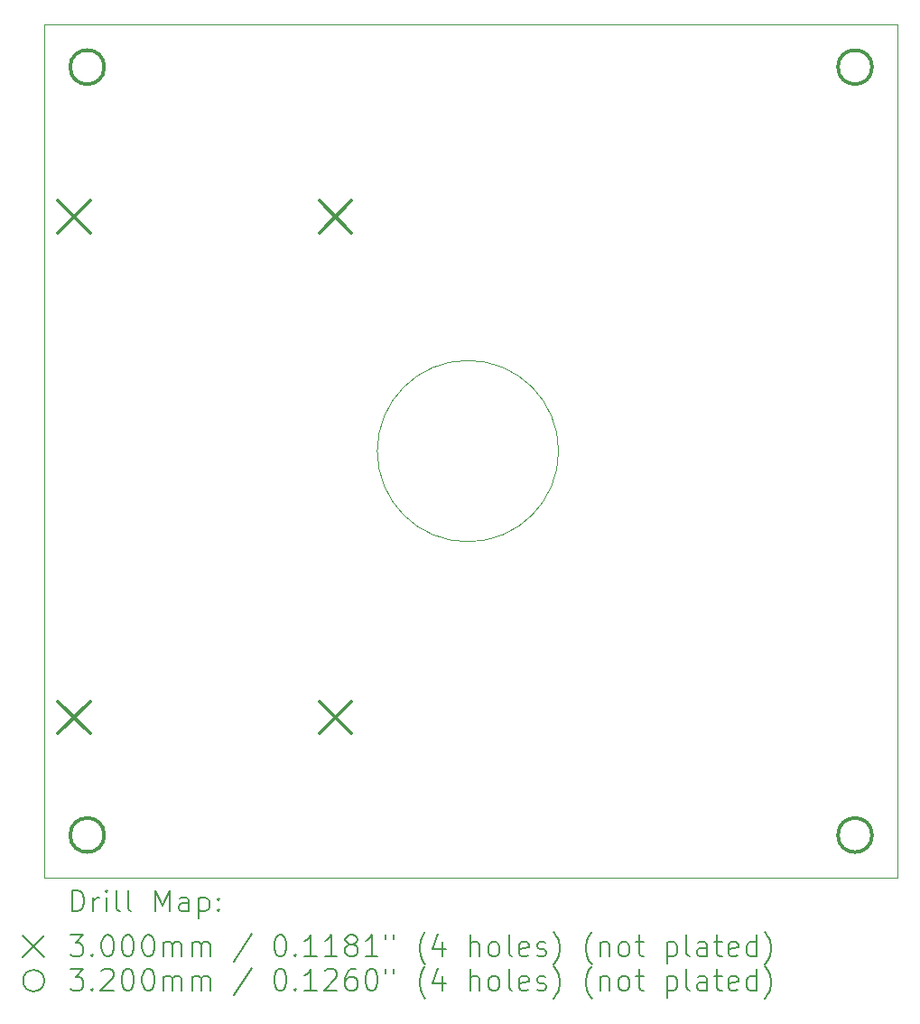
<source format=gbr>
%TF.GenerationSoftware,KiCad,Pcbnew,8.0.4*%
%TF.CreationDate,2025-01-30T11:26:39-05:00*%
%TF.ProjectId,Cubesat_pcb,43756265-7361-4745-9f70-63622e6b6963,rev?*%
%TF.SameCoordinates,Original*%
%TF.FileFunction,Drillmap*%
%TF.FilePolarity,Positive*%
%FSLAX45Y45*%
G04 Gerber Fmt 4.5, Leading zero omitted, Abs format (unit mm)*
G04 Created by KiCad (PCBNEW 8.0.4) date 2025-01-30 11:26:39*
%MOMM*%
%LPD*%
G01*
G04 APERTURE LIST*
%ADD10C,0.050000*%
%ADD11C,0.200000*%
%ADD12C,0.300000*%
%ADD13C,0.320000*%
G04 APERTURE END LIST*
D10*
X49913Y8048165D02*
X8049913Y8048165D01*
X8049913Y48165D01*
X49913Y48165D01*
X49913Y8048165D01*
X4869913Y4051165D02*
G75*
G02*
X3169913Y4051165I-850000J0D01*
G01*
X3169913Y4051165D02*
G75*
G02*
X4869913Y4051165I850000J0D01*
G01*
D11*
D12*
X176913Y6398165D02*
X476913Y6098165D01*
X476913Y6398165D02*
X176913Y6098165D01*
X176913Y1703165D02*
X476913Y1403165D01*
X476913Y1703165D02*
X176913Y1403165D01*
X2627913Y6398165D02*
X2927913Y6098165D01*
X2927913Y6398165D02*
X2627913Y6098165D01*
X2627913Y1703165D02*
X2927913Y1403165D01*
X2927913Y1703165D02*
X2627913Y1403165D01*
D13*
X609913Y7651165D02*
G75*
G02*
X289913Y7651165I-160000J0D01*
G01*
X289913Y7651165D02*
G75*
G02*
X609913Y7651165I160000J0D01*
G01*
X609913Y451165D02*
G75*
G02*
X289913Y451165I-160000J0D01*
G01*
X289913Y451165D02*
G75*
G02*
X609913Y451165I160000J0D01*
G01*
X7809913Y7651165D02*
G75*
G02*
X7489913Y7651165I-160000J0D01*
G01*
X7489913Y7651165D02*
G75*
G02*
X7809913Y7651165I160000J0D01*
G01*
X7809913Y451165D02*
G75*
G02*
X7489913Y451165I-160000J0D01*
G01*
X7489913Y451165D02*
G75*
G02*
X7809913Y451165I160000J0D01*
G01*
D11*
X308190Y-265818D02*
X308190Y-65818D01*
X308190Y-65818D02*
X355809Y-65818D01*
X355809Y-65818D02*
X384380Y-75342D01*
X384380Y-75342D02*
X403428Y-94390D01*
X403428Y-94390D02*
X412952Y-113437D01*
X412952Y-113437D02*
X422476Y-151533D01*
X422476Y-151533D02*
X422476Y-180104D01*
X422476Y-180104D02*
X412952Y-218199D01*
X412952Y-218199D02*
X403428Y-237247D01*
X403428Y-237247D02*
X384380Y-256295D01*
X384380Y-256295D02*
X355809Y-265818D01*
X355809Y-265818D02*
X308190Y-265818D01*
X508190Y-265818D02*
X508190Y-132485D01*
X508190Y-170580D02*
X517714Y-151533D01*
X517714Y-151533D02*
X527238Y-142009D01*
X527238Y-142009D02*
X546285Y-132485D01*
X546285Y-132485D02*
X565333Y-132485D01*
X632000Y-265818D02*
X632000Y-132485D01*
X632000Y-65818D02*
X622476Y-75342D01*
X622476Y-75342D02*
X632000Y-84866D01*
X632000Y-84866D02*
X641523Y-75342D01*
X641523Y-75342D02*
X632000Y-65818D01*
X632000Y-65818D02*
X632000Y-84866D01*
X755809Y-265818D02*
X736761Y-256295D01*
X736761Y-256295D02*
X727238Y-237247D01*
X727238Y-237247D02*
X727238Y-65818D01*
X860571Y-265818D02*
X841523Y-256295D01*
X841523Y-256295D02*
X831999Y-237247D01*
X831999Y-237247D02*
X831999Y-65818D01*
X1089142Y-265818D02*
X1089142Y-65818D01*
X1089142Y-65818D02*
X1155809Y-208675D01*
X1155809Y-208675D02*
X1222476Y-65818D01*
X1222476Y-65818D02*
X1222476Y-265818D01*
X1403428Y-265818D02*
X1403428Y-161057D01*
X1403428Y-161057D02*
X1393904Y-142009D01*
X1393904Y-142009D02*
X1374857Y-132485D01*
X1374857Y-132485D02*
X1336761Y-132485D01*
X1336761Y-132485D02*
X1317714Y-142009D01*
X1403428Y-256295D02*
X1384381Y-265818D01*
X1384381Y-265818D02*
X1336761Y-265818D01*
X1336761Y-265818D02*
X1317714Y-256295D01*
X1317714Y-256295D02*
X1308190Y-237247D01*
X1308190Y-237247D02*
X1308190Y-218199D01*
X1308190Y-218199D02*
X1317714Y-199152D01*
X1317714Y-199152D02*
X1336761Y-189628D01*
X1336761Y-189628D02*
X1384381Y-189628D01*
X1384381Y-189628D02*
X1403428Y-180104D01*
X1498666Y-132485D02*
X1498666Y-332485D01*
X1498666Y-142009D02*
X1517714Y-132485D01*
X1517714Y-132485D02*
X1555809Y-132485D01*
X1555809Y-132485D02*
X1574857Y-142009D01*
X1574857Y-142009D02*
X1584380Y-151533D01*
X1584380Y-151533D02*
X1593904Y-170580D01*
X1593904Y-170580D02*
X1593904Y-227723D01*
X1593904Y-227723D02*
X1584380Y-246771D01*
X1584380Y-246771D02*
X1574857Y-256295D01*
X1574857Y-256295D02*
X1555809Y-265818D01*
X1555809Y-265818D02*
X1517714Y-265818D01*
X1517714Y-265818D02*
X1498666Y-256295D01*
X1679619Y-246771D02*
X1689142Y-256295D01*
X1689142Y-256295D02*
X1679619Y-265818D01*
X1679619Y-265818D02*
X1670095Y-256295D01*
X1670095Y-256295D02*
X1679619Y-246771D01*
X1679619Y-246771D02*
X1679619Y-265818D01*
X1679619Y-142009D02*
X1689142Y-151533D01*
X1689142Y-151533D02*
X1679619Y-161057D01*
X1679619Y-161057D02*
X1670095Y-151533D01*
X1670095Y-151533D02*
X1679619Y-142009D01*
X1679619Y-142009D02*
X1679619Y-161057D01*
X-152587Y-494335D02*
X47413Y-694335D01*
X47413Y-494335D02*
X-152587Y-694335D01*
X289142Y-485818D02*
X412952Y-485818D01*
X412952Y-485818D02*
X346285Y-562009D01*
X346285Y-562009D02*
X374857Y-562009D01*
X374857Y-562009D02*
X393904Y-571533D01*
X393904Y-571533D02*
X403428Y-581057D01*
X403428Y-581057D02*
X412952Y-600104D01*
X412952Y-600104D02*
X412952Y-647723D01*
X412952Y-647723D02*
X403428Y-666771D01*
X403428Y-666771D02*
X393904Y-676295D01*
X393904Y-676295D02*
X374857Y-685818D01*
X374857Y-685818D02*
X317714Y-685818D01*
X317714Y-685818D02*
X298666Y-676295D01*
X298666Y-676295D02*
X289142Y-666771D01*
X498666Y-666771D02*
X508190Y-676295D01*
X508190Y-676295D02*
X498666Y-685818D01*
X498666Y-685818D02*
X489142Y-676295D01*
X489142Y-676295D02*
X498666Y-666771D01*
X498666Y-666771D02*
X498666Y-685818D01*
X632000Y-485818D02*
X651047Y-485818D01*
X651047Y-485818D02*
X670095Y-495342D01*
X670095Y-495342D02*
X679619Y-504866D01*
X679619Y-504866D02*
X689142Y-523914D01*
X689142Y-523914D02*
X698666Y-562009D01*
X698666Y-562009D02*
X698666Y-609628D01*
X698666Y-609628D02*
X689142Y-647723D01*
X689142Y-647723D02*
X679619Y-666771D01*
X679619Y-666771D02*
X670095Y-676295D01*
X670095Y-676295D02*
X651047Y-685818D01*
X651047Y-685818D02*
X632000Y-685818D01*
X632000Y-685818D02*
X612952Y-676295D01*
X612952Y-676295D02*
X603428Y-666771D01*
X603428Y-666771D02*
X593904Y-647723D01*
X593904Y-647723D02*
X584381Y-609628D01*
X584381Y-609628D02*
X584381Y-562009D01*
X584381Y-562009D02*
X593904Y-523914D01*
X593904Y-523914D02*
X603428Y-504866D01*
X603428Y-504866D02*
X612952Y-495342D01*
X612952Y-495342D02*
X632000Y-485818D01*
X822476Y-485818D02*
X841523Y-485818D01*
X841523Y-485818D02*
X860571Y-495342D01*
X860571Y-495342D02*
X870095Y-504866D01*
X870095Y-504866D02*
X879619Y-523914D01*
X879619Y-523914D02*
X889142Y-562009D01*
X889142Y-562009D02*
X889142Y-609628D01*
X889142Y-609628D02*
X879619Y-647723D01*
X879619Y-647723D02*
X870095Y-666771D01*
X870095Y-666771D02*
X860571Y-676295D01*
X860571Y-676295D02*
X841523Y-685818D01*
X841523Y-685818D02*
X822476Y-685818D01*
X822476Y-685818D02*
X803428Y-676295D01*
X803428Y-676295D02*
X793904Y-666771D01*
X793904Y-666771D02*
X784380Y-647723D01*
X784380Y-647723D02*
X774857Y-609628D01*
X774857Y-609628D02*
X774857Y-562009D01*
X774857Y-562009D02*
X784380Y-523914D01*
X784380Y-523914D02*
X793904Y-504866D01*
X793904Y-504866D02*
X803428Y-495342D01*
X803428Y-495342D02*
X822476Y-485818D01*
X1012952Y-485818D02*
X1032000Y-485818D01*
X1032000Y-485818D02*
X1051047Y-495342D01*
X1051047Y-495342D02*
X1060571Y-504866D01*
X1060571Y-504866D02*
X1070095Y-523914D01*
X1070095Y-523914D02*
X1079619Y-562009D01*
X1079619Y-562009D02*
X1079619Y-609628D01*
X1079619Y-609628D02*
X1070095Y-647723D01*
X1070095Y-647723D02*
X1060571Y-666771D01*
X1060571Y-666771D02*
X1051047Y-676295D01*
X1051047Y-676295D02*
X1032000Y-685818D01*
X1032000Y-685818D02*
X1012952Y-685818D01*
X1012952Y-685818D02*
X993904Y-676295D01*
X993904Y-676295D02*
X984380Y-666771D01*
X984380Y-666771D02*
X974857Y-647723D01*
X974857Y-647723D02*
X965333Y-609628D01*
X965333Y-609628D02*
X965333Y-562009D01*
X965333Y-562009D02*
X974857Y-523914D01*
X974857Y-523914D02*
X984380Y-504866D01*
X984380Y-504866D02*
X993904Y-495342D01*
X993904Y-495342D02*
X1012952Y-485818D01*
X1165333Y-685818D02*
X1165333Y-552485D01*
X1165333Y-571533D02*
X1174857Y-562009D01*
X1174857Y-562009D02*
X1193904Y-552485D01*
X1193904Y-552485D02*
X1222476Y-552485D01*
X1222476Y-552485D02*
X1241523Y-562009D01*
X1241523Y-562009D02*
X1251047Y-581057D01*
X1251047Y-581057D02*
X1251047Y-685818D01*
X1251047Y-581057D02*
X1260571Y-562009D01*
X1260571Y-562009D02*
X1279619Y-552485D01*
X1279619Y-552485D02*
X1308190Y-552485D01*
X1308190Y-552485D02*
X1327238Y-562009D01*
X1327238Y-562009D02*
X1336762Y-581057D01*
X1336762Y-581057D02*
X1336762Y-685818D01*
X1432000Y-685818D02*
X1432000Y-552485D01*
X1432000Y-571533D02*
X1441523Y-562009D01*
X1441523Y-562009D02*
X1460571Y-552485D01*
X1460571Y-552485D02*
X1489142Y-552485D01*
X1489142Y-552485D02*
X1508190Y-562009D01*
X1508190Y-562009D02*
X1517714Y-581057D01*
X1517714Y-581057D02*
X1517714Y-685818D01*
X1517714Y-581057D02*
X1527238Y-562009D01*
X1527238Y-562009D02*
X1546285Y-552485D01*
X1546285Y-552485D02*
X1574857Y-552485D01*
X1574857Y-552485D02*
X1593904Y-562009D01*
X1593904Y-562009D02*
X1603428Y-581057D01*
X1603428Y-581057D02*
X1603428Y-685818D01*
X1993904Y-476295D02*
X1822476Y-733437D01*
X2251047Y-485818D02*
X2270095Y-485818D01*
X2270095Y-485818D02*
X2289143Y-495342D01*
X2289143Y-495342D02*
X2298666Y-504866D01*
X2298666Y-504866D02*
X2308190Y-523914D01*
X2308190Y-523914D02*
X2317714Y-562009D01*
X2317714Y-562009D02*
X2317714Y-609628D01*
X2317714Y-609628D02*
X2308190Y-647723D01*
X2308190Y-647723D02*
X2298666Y-666771D01*
X2298666Y-666771D02*
X2289143Y-676295D01*
X2289143Y-676295D02*
X2270095Y-685818D01*
X2270095Y-685818D02*
X2251047Y-685818D01*
X2251047Y-685818D02*
X2232000Y-676295D01*
X2232000Y-676295D02*
X2222476Y-666771D01*
X2222476Y-666771D02*
X2212952Y-647723D01*
X2212952Y-647723D02*
X2203428Y-609628D01*
X2203428Y-609628D02*
X2203428Y-562009D01*
X2203428Y-562009D02*
X2212952Y-523914D01*
X2212952Y-523914D02*
X2222476Y-504866D01*
X2222476Y-504866D02*
X2232000Y-495342D01*
X2232000Y-495342D02*
X2251047Y-485818D01*
X2403428Y-666771D02*
X2412952Y-676295D01*
X2412952Y-676295D02*
X2403428Y-685818D01*
X2403428Y-685818D02*
X2393905Y-676295D01*
X2393905Y-676295D02*
X2403428Y-666771D01*
X2403428Y-666771D02*
X2403428Y-685818D01*
X2603428Y-685818D02*
X2489143Y-685818D01*
X2546285Y-685818D02*
X2546285Y-485818D01*
X2546285Y-485818D02*
X2527238Y-514390D01*
X2527238Y-514390D02*
X2508190Y-533437D01*
X2508190Y-533437D02*
X2489143Y-542961D01*
X2793905Y-685818D02*
X2679619Y-685818D01*
X2736762Y-685818D02*
X2736762Y-485818D01*
X2736762Y-485818D02*
X2717714Y-514390D01*
X2717714Y-514390D02*
X2698666Y-533437D01*
X2698666Y-533437D02*
X2679619Y-542961D01*
X2908190Y-571533D02*
X2889143Y-562009D01*
X2889143Y-562009D02*
X2879619Y-552485D01*
X2879619Y-552485D02*
X2870095Y-533437D01*
X2870095Y-533437D02*
X2870095Y-523914D01*
X2870095Y-523914D02*
X2879619Y-504866D01*
X2879619Y-504866D02*
X2889143Y-495342D01*
X2889143Y-495342D02*
X2908190Y-485818D01*
X2908190Y-485818D02*
X2946285Y-485818D01*
X2946285Y-485818D02*
X2965333Y-495342D01*
X2965333Y-495342D02*
X2974857Y-504866D01*
X2974857Y-504866D02*
X2984381Y-523914D01*
X2984381Y-523914D02*
X2984381Y-533437D01*
X2984381Y-533437D02*
X2974857Y-552485D01*
X2974857Y-552485D02*
X2965333Y-562009D01*
X2965333Y-562009D02*
X2946285Y-571533D01*
X2946285Y-571533D02*
X2908190Y-571533D01*
X2908190Y-571533D02*
X2889143Y-581057D01*
X2889143Y-581057D02*
X2879619Y-590580D01*
X2879619Y-590580D02*
X2870095Y-609628D01*
X2870095Y-609628D02*
X2870095Y-647723D01*
X2870095Y-647723D02*
X2879619Y-666771D01*
X2879619Y-666771D02*
X2889143Y-676295D01*
X2889143Y-676295D02*
X2908190Y-685818D01*
X2908190Y-685818D02*
X2946285Y-685818D01*
X2946285Y-685818D02*
X2965333Y-676295D01*
X2965333Y-676295D02*
X2974857Y-666771D01*
X2974857Y-666771D02*
X2984381Y-647723D01*
X2984381Y-647723D02*
X2984381Y-609628D01*
X2984381Y-609628D02*
X2974857Y-590580D01*
X2974857Y-590580D02*
X2965333Y-581057D01*
X2965333Y-581057D02*
X2946285Y-571533D01*
X3174857Y-685818D02*
X3060571Y-685818D01*
X3117714Y-685818D02*
X3117714Y-485818D01*
X3117714Y-485818D02*
X3098666Y-514390D01*
X3098666Y-514390D02*
X3079619Y-533437D01*
X3079619Y-533437D02*
X3060571Y-542961D01*
X3251047Y-485818D02*
X3251047Y-523914D01*
X3327238Y-485818D02*
X3327238Y-523914D01*
X3622476Y-762009D02*
X3612952Y-752485D01*
X3612952Y-752485D02*
X3593905Y-723914D01*
X3593905Y-723914D02*
X3584381Y-704866D01*
X3584381Y-704866D02*
X3574857Y-676295D01*
X3574857Y-676295D02*
X3565333Y-628676D01*
X3565333Y-628676D02*
X3565333Y-590580D01*
X3565333Y-590580D02*
X3574857Y-542961D01*
X3574857Y-542961D02*
X3584381Y-514390D01*
X3584381Y-514390D02*
X3593905Y-495342D01*
X3593905Y-495342D02*
X3612952Y-466771D01*
X3612952Y-466771D02*
X3622476Y-457247D01*
X3784381Y-552485D02*
X3784381Y-685818D01*
X3736762Y-476295D02*
X3689143Y-619152D01*
X3689143Y-619152D02*
X3812952Y-619152D01*
X4041524Y-685818D02*
X4041524Y-485818D01*
X4127238Y-685818D02*
X4127238Y-581057D01*
X4127238Y-581057D02*
X4117714Y-562009D01*
X4117714Y-562009D02*
X4098667Y-552485D01*
X4098667Y-552485D02*
X4070095Y-552485D01*
X4070095Y-552485D02*
X4051047Y-562009D01*
X4051047Y-562009D02*
X4041524Y-571533D01*
X4251048Y-685818D02*
X4232000Y-676295D01*
X4232000Y-676295D02*
X4222476Y-666771D01*
X4222476Y-666771D02*
X4212952Y-647723D01*
X4212952Y-647723D02*
X4212952Y-590580D01*
X4212952Y-590580D02*
X4222476Y-571533D01*
X4222476Y-571533D02*
X4232000Y-562009D01*
X4232000Y-562009D02*
X4251048Y-552485D01*
X4251048Y-552485D02*
X4279619Y-552485D01*
X4279619Y-552485D02*
X4298667Y-562009D01*
X4298667Y-562009D02*
X4308190Y-571533D01*
X4308190Y-571533D02*
X4317714Y-590580D01*
X4317714Y-590580D02*
X4317714Y-647723D01*
X4317714Y-647723D02*
X4308190Y-666771D01*
X4308190Y-666771D02*
X4298667Y-676295D01*
X4298667Y-676295D02*
X4279619Y-685818D01*
X4279619Y-685818D02*
X4251048Y-685818D01*
X4432000Y-685818D02*
X4412952Y-676295D01*
X4412952Y-676295D02*
X4403429Y-657247D01*
X4403429Y-657247D02*
X4403429Y-485818D01*
X4584381Y-676295D02*
X4565333Y-685818D01*
X4565333Y-685818D02*
X4527238Y-685818D01*
X4527238Y-685818D02*
X4508190Y-676295D01*
X4508190Y-676295D02*
X4498667Y-657247D01*
X4498667Y-657247D02*
X4498667Y-581057D01*
X4498667Y-581057D02*
X4508190Y-562009D01*
X4508190Y-562009D02*
X4527238Y-552485D01*
X4527238Y-552485D02*
X4565333Y-552485D01*
X4565333Y-552485D02*
X4584381Y-562009D01*
X4584381Y-562009D02*
X4593905Y-581057D01*
X4593905Y-581057D02*
X4593905Y-600104D01*
X4593905Y-600104D02*
X4498667Y-619152D01*
X4670095Y-676295D02*
X4689143Y-685818D01*
X4689143Y-685818D02*
X4727238Y-685818D01*
X4727238Y-685818D02*
X4746286Y-676295D01*
X4746286Y-676295D02*
X4755810Y-657247D01*
X4755810Y-657247D02*
X4755810Y-647723D01*
X4755810Y-647723D02*
X4746286Y-628676D01*
X4746286Y-628676D02*
X4727238Y-619152D01*
X4727238Y-619152D02*
X4698667Y-619152D01*
X4698667Y-619152D02*
X4679619Y-609628D01*
X4679619Y-609628D02*
X4670095Y-590580D01*
X4670095Y-590580D02*
X4670095Y-581057D01*
X4670095Y-581057D02*
X4679619Y-562009D01*
X4679619Y-562009D02*
X4698667Y-552485D01*
X4698667Y-552485D02*
X4727238Y-552485D01*
X4727238Y-552485D02*
X4746286Y-562009D01*
X4822476Y-762009D02*
X4832000Y-752485D01*
X4832000Y-752485D02*
X4851048Y-723914D01*
X4851048Y-723914D02*
X4860571Y-704866D01*
X4860571Y-704866D02*
X4870095Y-676295D01*
X4870095Y-676295D02*
X4879619Y-628676D01*
X4879619Y-628676D02*
X4879619Y-590580D01*
X4879619Y-590580D02*
X4870095Y-542961D01*
X4870095Y-542961D02*
X4860571Y-514390D01*
X4860571Y-514390D02*
X4851048Y-495342D01*
X4851048Y-495342D02*
X4832000Y-466771D01*
X4832000Y-466771D02*
X4822476Y-457247D01*
X5184381Y-762009D02*
X5174857Y-752485D01*
X5174857Y-752485D02*
X5155810Y-723914D01*
X5155810Y-723914D02*
X5146286Y-704866D01*
X5146286Y-704866D02*
X5136762Y-676295D01*
X5136762Y-676295D02*
X5127238Y-628676D01*
X5127238Y-628676D02*
X5127238Y-590580D01*
X5127238Y-590580D02*
X5136762Y-542961D01*
X5136762Y-542961D02*
X5146286Y-514390D01*
X5146286Y-514390D02*
X5155810Y-495342D01*
X5155810Y-495342D02*
X5174857Y-466771D01*
X5174857Y-466771D02*
X5184381Y-457247D01*
X5260571Y-552485D02*
X5260571Y-685818D01*
X5260571Y-571533D02*
X5270095Y-562009D01*
X5270095Y-562009D02*
X5289143Y-552485D01*
X5289143Y-552485D02*
X5317714Y-552485D01*
X5317714Y-552485D02*
X5336762Y-562009D01*
X5336762Y-562009D02*
X5346286Y-581057D01*
X5346286Y-581057D02*
X5346286Y-685818D01*
X5470095Y-685818D02*
X5451048Y-676295D01*
X5451048Y-676295D02*
X5441524Y-666771D01*
X5441524Y-666771D02*
X5432000Y-647723D01*
X5432000Y-647723D02*
X5432000Y-590580D01*
X5432000Y-590580D02*
X5441524Y-571533D01*
X5441524Y-571533D02*
X5451048Y-562009D01*
X5451048Y-562009D02*
X5470095Y-552485D01*
X5470095Y-552485D02*
X5498667Y-552485D01*
X5498667Y-552485D02*
X5517714Y-562009D01*
X5517714Y-562009D02*
X5527238Y-571533D01*
X5527238Y-571533D02*
X5536762Y-590580D01*
X5536762Y-590580D02*
X5536762Y-647723D01*
X5536762Y-647723D02*
X5527238Y-666771D01*
X5527238Y-666771D02*
X5517714Y-676295D01*
X5517714Y-676295D02*
X5498667Y-685818D01*
X5498667Y-685818D02*
X5470095Y-685818D01*
X5593905Y-552485D02*
X5670095Y-552485D01*
X5622476Y-485818D02*
X5622476Y-657247D01*
X5622476Y-657247D02*
X5632000Y-676295D01*
X5632000Y-676295D02*
X5651048Y-685818D01*
X5651048Y-685818D02*
X5670095Y-685818D01*
X5889143Y-552485D02*
X5889143Y-752485D01*
X5889143Y-562009D02*
X5908190Y-552485D01*
X5908190Y-552485D02*
X5946286Y-552485D01*
X5946286Y-552485D02*
X5965333Y-562009D01*
X5965333Y-562009D02*
X5974857Y-571533D01*
X5974857Y-571533D02*
X5984381Y-590580D01*
X5984381Y-590580D02*
X5984381Y-647723D01*
X5984381Y-647723D02*
X5974857Y-666771D01*
X5974857Y-666771D02*
X5965333Y-676295D01*
X5965333Y-676295D02*
X5946286Y-685818D01*
X5946286Y-685818D02*
X5908190Y-685818D01*
X5908190Y-685818D02*
X5889143Y-676295D01*
X6098667Y-685818D02*
X6079619Y-676295D01*
X6079619Y-676295D02*
X6070095Y-657247D01*
X6070095Y-657247D02*
X6070095Y-485818D01*
X6260571Y-685818D02*
X6260571Y-581057D01*
X6260571Y-581057D02*
X6251048Y-562009D01*
X6251048Y-562009D02*
X6232000Y-552485D01*
X6232000Y-552485D02*
X6193905Y-552485D01*
X6193905Y-552485D02*
X6174857Y-562009D01*
X6260571Y-676295D02*
X6241524Y-685818D01*
X6241524Y-685818D02*
X6193905Y-685818D01*
X6193905Y-685818D02*
X6174857Y-676295D01*
X6174857Y-676295D02*
X6165333Y-657247D01*
X6165333Y-657247D02*
X6165333Y-638199D01*
X6165333Y-638199D02*
X6174857Y-619152D01*
X6174857Y-619152D02*
X6193905Y-609628D01*
X6193905Y-609628D02*
X6241524Y-609628D01*
X6241524Y-609628D02*
X6260571Y-600104D01*
X6327238Y-552485D02*
X6403429Y-552485D01*
X6355810Y-485818D02*
X6355810Y-657247D01*
X6355810Y-657247D02*
X6365333Y-676295D01*
X6365333Y-676295D02*
X6384381Y-685818D01*
X6384381Y-685818D02*
X6403429Y-685818D01*
X6546286Y-676295D02*
X6527238Y-685818D01*
X6527238Y-685818D02*
X6489143Y-685818D01*
X6489143Y-685818D02*
X6470095Y-676295D01*
X6470095Y-676295D02*
X6460571Y-657247D01*
X6460571Y-657247D02*
X6460571Y-581057D01*
X6460571Y-581057D02*
X6470095Y-562009D01*
X6470095Y-562009D02*
X6489143Y-552485D01*
X6489143Y-552485D02*
X6527238Y-552485D01*
X6527238Y-552485D02*
X6546286Y-562009D01*
X6546286Y-562009D02*
X6555810Y-581057D01*
X6555810Y-581057D02*
X6555810Y-600104D01*
X6555810Y-600104D02*
X6460571Y-619152D01*
X6727238Y-685818D02*
X6727238Y-485818D01*
X6727238Y-676295D02*
X6708191Y-685818D01*
X6708191Y-685818D02*
X6670095Y-685818D01*
X6670095Y-685818D02*
X6651048Y-676295D01*
X6651048Y-676295D02*
X6641524Y-666771D01*
X6641524Y-666771D02*
X6632000Y-647723D01*
X6632000Y-647723D02*
X6632000Y-590580D01*
X6632000Y-590580D02*
X6641524Y-571533D01*
X6641524Y-571533D02*
X6651048Y-562009D01*
X6651048Y-562009D02*
X6670095Y-552485D01*
X6670095Y-552485D02*
X6708191Y-552485D01*
X6708191Y-552485D02*
X6727238Y-562009D01*
X6803429Y-762009D02*
X6812952Y-752485D01*
X6812952Y-752485D02*
X6832000Y-723914D01*
X6832000Y-723914D02*
X6841524Y-704866D01*
X6841524Y-704866D02*
X6851048Y-676295D01*
X6851048Y-676295D02*
X6860571Y-628676D01*
X6860571Y-628676D02*
X6860571Y-590580D01*
X6860571Y-590580D02*
X6851048Y-542961D01*
X6851048Y-542961D02*
X6841524Y-514390D01*
X6841524Y-514390D02*
X6832000Y-495342D01*
X6832000Y-495342D02*
X6812952Y-466771D01*
X6812952Y-466771D02*
X6803429Y-457247D01*
X47413Y-914335D02*
G75*
G02*
X-152587Y-914335I-100000J0D01*
G01*
X-152587Y-914335D02*
G75*
G02*
X47413Y-914335I100000J0D01*
G01*
X289142Y-805818D02*
X412952Y-805818D01*
X412952Y-805818D02*
X346285Y-882009D01*
X346285Y-882009D02*
X374857Y-882009D01*
X374857Y-882009D02*
X393904Y-891533D01*
X393904Y-891533D02*
X403428Y-901056D01*
X403428Y-901056D02*
X412952Y-920104D01*
X412952Y-920104D02*
X412952Y-967723D01*
X412952Y-967723D02*
X403428Y-986771D01*
X403428Y-986771D02*
X393904Y-996295D01*
X393904Y-996295D02*
X374857Y-1005818D01*
X374857Y-1005818D02*
X317714Y-1005818D01*
X317714Y-1005818D02*
X298666Y-996295D01*
X298666Y-996295D02*
X289142Y-986771D01*
X498666Y-986771D02*
X508190Y-996295D01*
X508190Y-996295D02*
X498666Y-1005818D01*
X498666Y-1005818D02*
X489142Y-996295D01*
X489142Y-996295D02*
X498666Y-986771D01*
X498666Y-986771D02*
X498666Y-1005818D01*
X584381Y-824866D02*
X593904Y-815342D01*
X593904Y-815342D02*
X612952Y-805818D01*
X612952Y-805818D02*
X660571Y-805818D01*
X660571Y-805818D02*
X679619Y-815342D01*
X679619Y-815342D02*
X689142Y-824866D01*
X689142Y-824866D02*
X698666Y-843914D01*
X698666Y-843914D02*
X698666Y-862961D01*
X698666Y-862961D02*
X689142Y-891533D01*
X689142Y-891533D02*
X574857Y-1005818D01*
X574857Y-1005818D02*
X698666Y-1005818D01*
X822476Y-805818D02*
X841523Y-805818D01*
X841523Y-805818D02*
X860571Y-815342D01*
X860571Y-815342D02*
X870095Y-824866D01*
X870095Y-824866D02*
X879619Y-843914D01*
X879619Y-843914D02*
X889142Y-882009D01*
X889142Y-882009D02*
X889142Y-929628D01*
X889142Y-929628D02*
X879619Y-967723D01*
X879619Y-967723D02*
X870095Y-986771D01*
X870095Y-986771D02*
X860571Y-996295D01*
X860571Y-996295D02*
X841523Y-1005818D01*
X841523Y-1005818D02*
X822476Y-1005818D01*
X822476Y-1005818D02*
X803428Y-996295D01*
X803428Y-996295D02*
X793904Y-986771D01*
X793904Y-986771D02*
X784380Y-967723D01*
X784380Y-967723D02*
X774857Y-929628D01*
X774857Y-929628D02*
X774857Y-882009D01*
X774857Y-882009D02*
X784380Y-843914D01*
X784380Y-843914D02*
X793904Y-824866D01*
X793904Y-824866D02*
X803428Y-815342D01*
X803428Y-815342D02*
X822476Y-805818D01*
X1012952Y-805818D02*
X1032000Y-805818D01*
X1032000Y-805818D02*
X1051047Y-815342D01*
X1051047Y-815342D02*
X1060571Y-824866D01*
X1060571Y-824866D02*
X1070095Y-843914D01*
X1070095Y-843914D02*
X1079619Y-882009D01*
X1079619Y-882009D02*
X1079619Y-929628D01*
X1079619Y-929628D02*
X1070095Y-967723D01*
X1070095Y-967723D02*
X1060571Y-986771D01*
X1060571Y-986771D02*
X1051047Y-996295D01*
X1051047Y-996295D02*
X1032000Y-1005818D01*
X1032000Y-1005818D02*
X1012952Y-1005818D01*
X1012952Y-1005818D02*
X993904Y-996295D01*
X993904Y-996295D02*
X984380Y-986771D01*
X984380Y-986771D02*
X974857Y-967723D01*
X974857Y-967723D02*
X965333Y-929628D01*
X965333Y-929628D02*
X965333Y-882009D01*
X965333Y-882009D02*
X974857Y-843914D01*
X974857Y-843914D02*
X984380Y-824866D01*
X984380Y-824866D02*
X993904Y-815342D01*
X993904Y-815342D02*
X1012952Y-805818D01*
X1165333Y-1005818D02*
X1165333Y-872485D01*
X1165333Y-891533D02*
X1174857Y-882009D01*
X1174857Y-882009D02*
X1193904Y-872485D01*
X1193904Y-872485D02*
X1222476Y-872485D01*
X1222476Y-872485D02*
X1241523Y-882009D01*
X1241523Y-882009D02*
X1251047Y-901056D01*
X1251047Y-901056D02*
X1251047Y-1005818D01*
X1251047Y-901056D02*
X1260571Y-882009D01*
X1260571Y-882009D02*
X1279619Y-872485D01*
X1279619Y-872485D02*
X1308190Y-872485D01*
X1308190Y-872485D02*
X1327238Y-882009D01*
X1327238Y-882009D02*
X1336762Y-901056D01*
X1336762Y-901056D02*
X1336762Y-1005818D01*
X1432000Y-1005818D02*
X1432000Y-872485D01*
X1432000Y-891533D02*
X1441523Y-882009D01*
X1441523Y-882009D02*
X1460571Y-872485D01*
X1460571Y-872485D02*
X1489142Y-872485D01*
X1489142Y-872485D02*
X1508190Y-882009D01*
X1508190Y-882009D02*
X1517714Y-901056D01*
X1517714Y-901056D02*
X1517714Y-1005818D01*
X1517714Y-901056D02*
X1527238Y-882009D01*
X1527238Y-882009D02*
X1546285Y-872485D01*
X1546285Y-872485D02*
X1574857Y-872485D01*
X1574857Y-872485D02*
X1593904Y-882009D01*
X1593904Y-882009D02*
X1603428Y-901056D01*
X1603428Y-901056D02*
X1603428Y-1005818D01*
X1993904Y-796295D02*
X1822476Y-1053437D01*
X2251047Y-805818D02*
X2270095Y-805818D01*
X2270095Y-805818D02*
X2289143Y-815342D01*
X2289143Y-815342D02*
X2298666Y-824866D01*
X2298666Y-824866D02*
X2308190Y-843914D01*
X2308190Y-843914D02*
X2317714Y-882009D01*
X2317714Y-882009D02*
X2317714Y-929628D01*
X2317714Y-929628D02*
X2308190Y-967723D01*
X2308190Y-967723D02*
X2298666Y-986771D01*
X2298666Y-986771D02*
X2289143Y-996295D01*
X2289143Y-996295D02*
X2270095Y-1005818D01*
X2270095Y-1005818D02*
X2251047Y-1005818D01*
X2251047Y-1005818D02*
X2232000Y-996295D01*
X2232000Y-996295D02*
X2222476Y-986771D01*
X2222476Y-986771D02*
X2212952Y-967723D01*
X2212952Y-967723D02*
X2203428Y-929628D01*
X2203428Y-929628D02*
X2203428Y-882009D01*
X2203428Y-882009D02*
X2212952Y-843914D01*
X2212952Y-843914D02*
X2222476Y-824866D01*
X2222476Y-824866D02*
X2232000Y-815342D01*
X2232000Y-815342D02*
X2251047Y-805818D01*
X2403428Y-986771D02*
X2412952Y-996295D01*
X2412952Y-996295D02*
X2403428Y-1005818D01*
X2403428Y-1005818D02*
X2393905Y-996295D01*
X2393905Y-996295D02*
X2403428Y-986771D01*
X2403428Y-986771D02*
X2403428Y-1005818D01*
X2603428Y-1005818D02*
X2489143Y-1005818D01*
X2546285Y-1005818D02*
X2546285Y-805818D01*
X2546285Y-805818D02*
X2527238Y-834390D01*
X2527238Y-834390D02*
X2508190Y-853437D01*
X2508190Y-853437D02*
X2489143Y-862961D01*
X2679619Y-824866D02*
X2689143Y-815342D01*
X2689143Y-815342D02*
X2708190Y-805818D01*
X2708190Y-805818D02*
X2755809Y-805818D01*
X2755809Y-805818D02*
X2774857Y-815342D01*
X2774857Y-815342D02*
X2784381Y-824866D01*
X2784381Y-824866D02*
X2793905Y-843914D01*
X2793905Y-843914D02*
X2793905Y-862961D01*
X2793905Y-862961D02*
X2784381Y-891533D01*
X2784381Y-891533D02*
X2670095Y-1005818D01*
X2670095Y-1005818D02*
X2793905Y-1005818D01*
X2965333Y-805818D02*
X2927238Y-805818D01*
X2927238Y-805818D02*
X2908190Y-815342D01*
X2908190Y-815342D02*
X2898666Y-824866D01*
X2898666Y-824866D02*
X2879619Y-853437D01*
X2879619Y-853437D02*
X2870095Y-891533D01*
X2870095Y-891533D02*
X2870095Y-967723D01*
X2870095Y-967723D02*
X2879619Y-986771D01*
X2879619Y-986771D02*
X2889143Y-996295D01*
X2889143Y-996295D02*
X2908190Y-1005818D01*
X2908190Y-1005818D02*
X2946285Y-1005818D01*
X2946285Y-1005818D02*
X2965333Y-996295D01*
X2965333Y-996295D02*
X2974857Y-986771D01*
X2974857Y-986771D02*
X2984381Y-967723D01*
X2984381Y-967723D02*
X2984381Y-920104D01*
X2984381Y-920104D02*
X2974857Y-901056D01*
X2974857Y-901056D02*
X2965333Y-891533D01*
X2965333Y-891533D02*
X2946285Y-882009D01*
X2946285Y-882009D02*
X2908190Y-882009D01*
X2908190Y-882009D02*
X2889143Y-891533D01*
X2889143Y-891533D02*
X2879619Y-901056D01*
X2879619Y-901056D02*
X2870095Y-920104D01*
X3108190Y-805818D02*
X3127238Y-805818D01*
X3127238Y-805818D02*
X3146285Y-815342D01*
X3146285Y-815342D02*
X3155809Y-824866D01*
X3155809Y-824866D02*
X3165333Y-843914D01*
X3165333Y-843914D02*
X3174857Y-882009D01*
X3174857Y-882009D02*
X3174857Y-929628D01*
X3174857Y-929628D02*
X3165333Y-967723D01*
X3165333Y-967723D02*
X3155809Y-986771D01*
X3155809Y-986771D02*
X3146285Y-996295D01*
X3146285Y-996295D02*
X3127238Y-1005818D01*
X3127238Y-1005818D02*
X3108190Y-1005818D01*
X3108190Y-1005818D02*
X3089143Y-996295D01*
X3089143Y-996295D02*
X3079619Y-986771D01*
X3079619Y-986771D02*
X3070095Y-967723D01*
X3070095Y-967723D02*
X3060571Y-929628D01*
X3060571Y-929628D02*
X3060571Y-882009D01*
X3060571Y-882009D02*
X3070095Y-843914D01*
X3070095Y-843914D02*
X3079619Y-824866D01*
X3079619Y-824866D02*
X3089143Y-815342D01*
X3089143Y-815342D02*
X3108190Y-805818D01*
X3251047Y-805818D02*
X3251047Y-843914D01*
X3327238Y-805818D02*
X3327238Y-843914D01*
X3622476Y-1082009D02*
X3612952Y-1072485D01*
X3612952Y-1072485D02*
X3593905Y-1043914D01*
X3593905Y-1043914D02*
X3584381Y-1024866D01*
X3584381Y-1024866D02*
X3574857Y-996295D01*
X3574857Y-996295D02*
X3565333Y-948675D01*
X3565333Y-948675D02*
X3565333Y-910580D01*
X3565333Y-910580D02*
X3574857Y-862961D01*
X3574857Y-862961D02*
X3584381Y-834390D01*
X3584381Y-834390D02*
X3593905Y-815342D01*
X3593905Y-815342D02*
X3612952Y-786771D01*
X3612952Y-786771D02*
X3622476Y-777247D01*
X3784381Y-872485D02*
X3784381Y-1005818D01*
X3736762Y-796295D02*
X3689143Y-939152D01*
X3689143Y-939152D02*
X3812952Y-939152D01*
X4041524Y-1005818D02*
X4041524Y-805818D01*
X4127238Y-1005818D02*
X4127238Y-901056D01*
X4127238Y-901056D02*
X4117714Y-882009D01*
X4117714Y-882009D02*
X4098667Y-872485D01*
X4098667Y-872485D02*
X4070095Y-872485D01*
X4070095Y-872485D02*
X4051047Y-882009D01*
X4051047Y-882009D02*
X4041524Y-891533D01*
X4251048Y-1005818D02*
X4232000Y-996295D01*
X4232000Y-996295D02*
X4222476Y-986771D01*
X4222476Y-986771D02*
X4212952Y-967723D01*
X4212952Y-967723D02*
X4212952Y-910580D01*
X4212952Y-910580D02*
X4222476Y-891533D01*
X4222476Y-891533D02*
X4232000Y-882009D01*
X4232000Y-882009D02*
X4251048Y-872485D01*
X4251048Y-872485D02*
X4279619Y-872485D01*
X4279619Y-872485D02*
X4298667Y-882009D01*
X4298667Y-882009D02*
X4308190Y-891533D01*
X4308190Y-891533D02*
X4317714Y-910580D01*
X4317714Y-910580D02*
X4317714Y-967723D01*
X4317714Y-967723D02*
X4308190Y-986771D01*
X4308190Y-986771D02*
X4298667Y-996295D01*
X4298667Y-996295D02*
X4279619Y-1005818D01*
X4279619Y-1005818D02*
X4251048Y-1005818D01*
X4432000Y-1005818D02*
X4412952Y-996295D01*
X4412952Y-996295D02*
X4403429Y-977247D01*
X4403429Y-977247D02*
X4403429Y-805818D01*
X4584381Y-996295D02*
X4565333Y-1005818D01*
X4565333Y-1005818D02*
X4527238Y-1005818D01*
X4527238Y-1005818D02*
X4508190Y-996295D01*
X4508190Y-996295D02*
X4498667Y-977247D01*
X4498667Y-977247D02*
X4498667Y-901056D01*
X4498667Y-901056D02*
X4508190Y-882009D01*
X4508190Y-882009D02*
X4527238Y-872485D01*
X4527238Y-872485D02*
X4565333Y-872485D01*
X4565333Y-872485D02*
X4584381Y-882009D01*
X4584381Y-882009D02*
X4593905Y-901056D01*
X4593905Y-901056D02*
X4593905Y-920104D01*
X4593905Y-920104D02*
X4498667Y-939152D01*
X4670095Y-996295D02*
X4689143Y-1005818D01*
X4689143Y-1005818D02*
X4727238Y-1005818D01*
X4727238Y-1005818D02*
X4746286Y-996295D01*
X4746286Y-996295D02*
X4755810Y-977247D01*
X4755810Y-977247D02*
X4755810Y-967723D01*
X4755810Y-967723D02*
X4746286Y-948675D01*
X4746286Y-948675D02*
X4727238Y-939152D01*
X4727238Y-939152D02*
X4698667Y-939152D01*
X4698667Y-939152D02*
X4679619Y-929628D01*
X4679619Y-929628D02*
X4670095Y-910580D01*
X4670095Y-910580D02*
X4670095Y-901056D01*
X4670095Y-901056D02*
X4679619Y-882009D01*
X4679619Y-882009D02*
X4698667Y-872485D01*
X4698667Y-872485D02*
X4727238Y-872485D01*
X4727238Y-872485D02*
X4746286Y-882009D01*
X4822476Y-1082009D02*
X4832000Y-1072485D01*
X4832000Y-1072485D02*
X4851048Y-1043914D01*
X4851048Y-1043914D02*
X4860571Y-1024866D01*
X4860571Y-1024866D02*
X4870095Y-996295D01*
X4870095Y-996295D02*
X4879619Y-948675D01*
X4879619Y-948675D02*
X4879619Y-910580D01*
X4879619Y-910580D02*
X4870095Y-862961D01*
X4870095Y-862961D02*
X4860571Y-834390D01*
X4860571Y-834390D02*
X4851048Y-815342D01*
X4851048Y-815342D02*
X4832000Y-786771D01*
X4832000Y-786771D02*
X4822476Y-777247D01*
X5184381Y-1082009D02*
X5174857Y-1072485D01*
X5174857Y-1072485D02*
X5155810Y-1043914D01*
X5155810Y-1043914D02*
X5146286Y-1024866D01*
X5146286Y-1024866D02*
X5136762Y-996295D01*
X5136762Y-996295D02*
X5127238Y-948675D01*
X5127238Y-948675D02*
X5127238Y-910580D01*
X5127238Y-910580D02*
X5136762Y-862961D01*
X5136762Y-862961D02*
X5146286Y-834390D01*
X5146286Y-834390D02*
X5155810Y-815342D01*
X5155810Y-815342D02*
X5174857Y-786771D01*
X5174857Y-786771D02*
X5184381Y-777247D01*
X5260571Y-872485D02*
X5260571Y-1005818D01*
X5260571Y-891533D02*
X5270095Y-882009D01*
X5270095Y-882009D02*
X5289143Y-872485D01*
X5289143Y-872485D02*
X5317714Y-872485D01*
X5317714Y-872485D02*
X5336762Y-882009D01*
X5336762Y-882009D02*
X5346286Y-901056D01*
X5346286Y-901056D02*
X5346286Y-1005818D01*
X5470095Y-1005818D02*
X5451048Y-996295D01*
X5451048Y-996295D02*
X5441524Y-986771D01*
X5441524Y-986771D02*
X5432000Y-967723D01*
X5432000Y-967723D02*
X5432000Y-910580D01*
X5432000Y-910580D02*
X5441524Y-891533D01*
X5441524Y-891533D02*
X5451048Y-882009D01*
X5451048Y-882009D02*
X5470095Y-872485D01*
X5470095Y-872485D02*
X5498667Y-872485D01*
X5498667Y-872485D02*
X5517714Y-882009D01*
X5517714Y-882009D02*
X5527238Y-891533D01*
X5527238Y-891533D02*
X5536762Y-910580D01*
X5536762Y-910580D02*
X5536762Y-967723D01*
X5536762Y-967723D02*
X5527238Y-986771D01*
X5527238Y-986771D02*
X5517714Y-996295D01*
X5517714Y-996295D02*
X5498667Y-1005818D01*
X5498667Y-1005818D02*
X5470095Y-1005818D01*
X5593905Y-872485D02*
X5670095Y-872485D01*
X5622476Y-805818D02*
X5622476Y-977247D01*
X5622476Y-977247D02*
X5632000Y-996295D01*
X5632000Y-996295D02*
X5651048Y-1005818D01*
X5651048Y-1005818D02*
X5670095Y-1005818D01*
X5889143Y-872485D02*
X5889143Y-1072485D01*
X5889143Y-882009D02*
X5908190Y-872485D01*
X5908190Y-872485D02*
X5946286Y-872485D01*
X5946286Y-872485D02*
X5965333Y-882009D01*
X5965333Y-882009D02*
X5974857Y-891533D01*
X5974857Y-891533D02*
X5984381Y-910580D01*
X5984381Y-910580D02*
X5984381Y-967723D01*
X5984381Y-967723D02*
X5974857Y-986771D01*
X5974857Y-986771D02*
X5965333Y-996295D01*
X5965333Y-996295D02*
X5946286Y-1005818D01*
X5946286Y-1005818D02*
X5908190Y-1005818D01*
X5908190Y-1005818D02*
X5889143Y-996295D01*
X6098667Y-1005818D02*
X6079619Y-996295D01*
X6079619Y-996295D02*
X6070095Y-977247D01*
X6070095Y-977247D02*
X6070095Y-805818D01*
X6260571Y-1005818D02*
X6260571Y-901056D01*
X6260571Y-901056D02*
X6251048Y-882009D01*
X6251048Y-882009D02*
X6232000Y-872485D01*
X6232000Y-872485D02*
X6193905Y-872485D01*
X6193905Y-872485D02*
X6174857Y-882009D01*
X6260571Y-996295D02*
X6241524Y-1005818D01*
X6241524Y-1005818D02*
X6193905Y-1005818D01*
X6193905Y-1005818D02*
X6174857Y-996295D01*
X6174857Y-996295D02*
X6165333Y-977247D01*
X6165333Y-977247D02*
X6165333Y-958199D01*
X6165333Y-958199D02*
X6174857Y-939152D01*
X6174857Y-939152D02*
X6193905Y-929628D01*
X6193905Y-929628D02*
X6241524Y-929628D01*
X6241524Y-929628D02*
X6260571Y-920104D01*
X6327238Y-872485D02*
X6403429Y-872485D01*
X6355810Y-805818D02*
X6355810Y-977247D01*
X6355810Y-977247D02*
X6365333Y-996295D01*
X6365333Y-996295D02*
X6384381Y-1005818D01*
X6384381Y-1005818D02*
X6403429Y-1005818D01*
X6546286Y-996295D02*
X6527238Y-1005818D01*
X6527238Y-1005818D02*
X6489143Y-1005818D01*
X6489143Y-1005818D02*
X6470095Y-996295D01*
X6470095Y-996295D02*
X6460571Y-977247D01*
X6460571Y-977247D02*
X6460571Y-901056D01*
X6460571Y-901056D02*
X6470095Y-882009D01*
X6470095Y-882009D02*
X6489143Y-872485D01*
X6489143Y-872485D02*
X6527238Y-872485D01*
X6527238Y-872485D02*
X6546286Y-882009D01*
X6546286Y-882009D02*
X6555810Y-901056D01*
X6555810Y-901056D02*
X6555810Y-920104D01*
X6555810Y-920104D02*
X6460571Y-939152D01*
X6727238Y-1005818D02*
X6727238Y-805818D01*
X6727238Y-996295D02*
X6708191Y-1005818D01*
X6708191Y-1005818D02*
X6670095Y-1005818D01*
X6670095Y-1005818D02*
X6651048Y-996295D01*
X6651048Y-996295D02*
X6641524Y-986771D01*
X6641524Y-986771D02*
X6632000Y-967723D01*
X6632000Y-967723D02*
X6632000Y-910580D01*
X6632000Y-910580D02*
X6641524Y-891533D01*
X6641524Y-891533D02*
X6651048Y-882009D01*
X6651048Y-882009D02*
X6670095Y-872485D01*
X6670095Y-872485D02*
X6708191Y-872485D01*
X6708191Y-872485D02*
X6727238Y-882009D01*
X6803429Y-1082009D02*
X6812952Y-1072485D01*
X6812952Y-1072485D02*
X6832000Y-1043914D01*
X6832000Y-1043914D02*
X6841524Y-1024866D01*
X6841524Y-1024866D02*
X6851048Y-996295D01*
X6851048Y-996295D02*
X6860571Y-948675D01*
X6860571Y-948675D02*
X6860571Y-910580D01*
X6860571Y-910580D02*
X6851048Y-862961D01*
X6851048Y-862961D02*
X6841524Y-834390D01*
X6841524Y-834390D02*
X6832000Y-815342D01*
X6832000Y-815342D02*
X6812952Y-786771D01*
X6812952Y-786771D02*
X6803429Y-777247D01*
M02*

</source>
